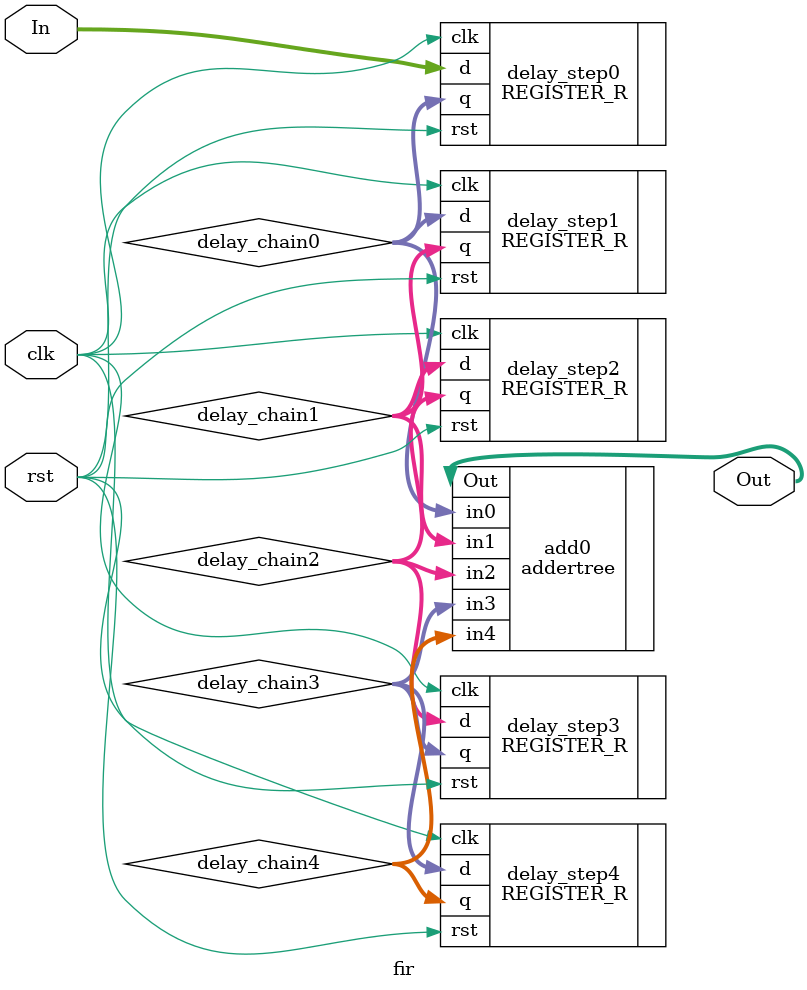
<source format=v>
module fir #(
    parameter NUM_INPUT_BITS = 4,
    parameter NUM_OUTPUT_BITS = 16
)  (
    input clk,
    input rst,
    input signed [NUM_INPUT_BITS-1:0] In,
    output signed [NUM_OUTPUT_BITS-1:0] Out );


wire signed [NUM_INPUT_BITS-1:0] delay_chain0, delay_chain1, delay_chain2, delay_chain3, delay_chain4;

REGISTER_R #(.N(NUM_INPUT_BITS)) delay_step0 (.clk(clk), .rst(rst), .d(In), .q(delay_chain0));
REGISTER_R #(.N(NUM_INPUT_BITS)) delay_step1 (.clk(clk), .rst(rst), .d(delay_chain0), .q(delay_chain1));
REGISTER_R #(.N(NUM_INPUT_BITS)) delay_step2 (.clk(clk), .rst(rst), .d(delay_chain1), .q(delay_chain2));
REGISTER_R #(.N(NUM_INPUT_BITS)) delay_step3 (.clk(clk), .rst(rst), .d(delay_chain2), .q(delay_chain3));
REGISTER_R #(.N(NUM_INPUT_BITS)) delay_step4 (.clk(clk), .rst(rst), .d(delay_chain3), .q(delay_chain4));

addertree #(.NUM_INPUT_BITS(NUM_INPUT_BITS), .NUM_OUTPUT_BITS(NUM_OUTPUT_BITS)) add0 (
    .in0(delay_chain0),
    .in1(delay_chain1),
    .in2(delay_chain2),
    .in3(delay_chain3),
    .in4(delay_chain4),
    .Out(Out)
);


endmodule
</source>
